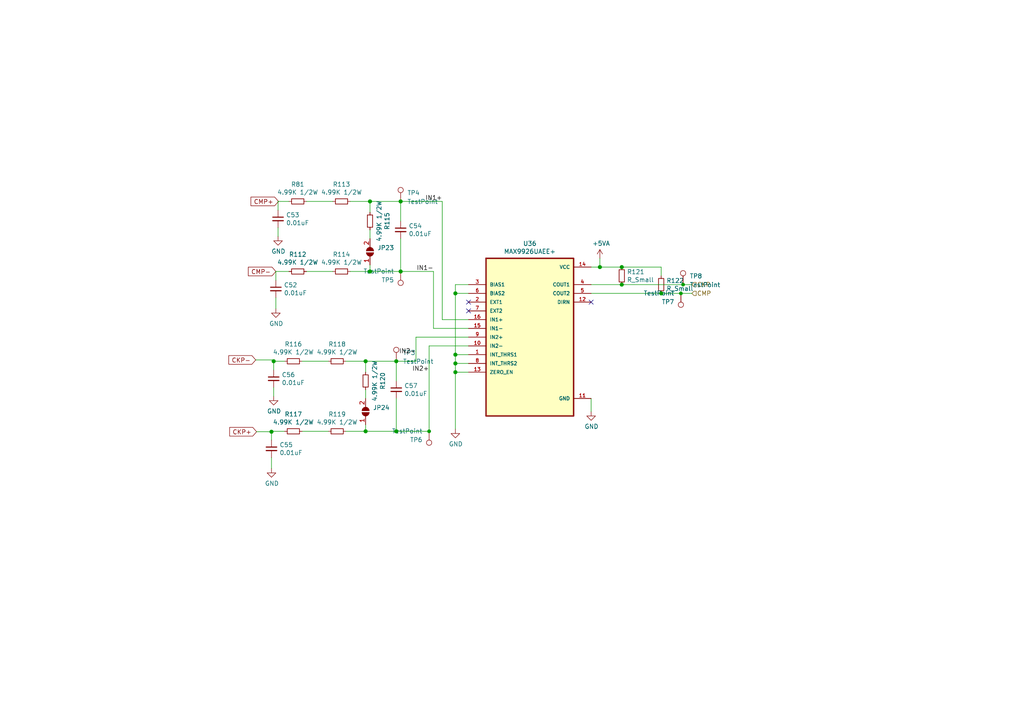
<source format=kicad_sch>
(kicad_sch (version 20210126) (generator eeschema)
  (paper "A4")
  (lib_symbols
    (symbol "Connector:TestPoint" (pin_numbers hide) (pin_names (offset 0.762) hide)
      (property "Reference" "TP" (at 0 6.858 0))
      (property "Value" "TestPoint" (at 0 5.08 0))
      (symbol "TestPoint_0_1"
        (circle (center 0 3.302) (radius 0.762))
      )
      (symbol "TestPoint_1_1"
        (pin passive line (at 0 0 90) (length 2.54) (name "1") (number "1"))
      )
    )
    (symbol "Device:C_Small" (pin_numbers hide) (pin_names (offset 0.254) hide)
      (property "Reference" "C" (at 0.254 1.778 0))
      (property "Value" "C_Small" (at 0.254 -2.032 0))
      (symbol "C_Small_0_1"
        (polyline (pts (xy -1.524 -0.508) (xy 1.524 -0.508)) (stroke (width 0.3302)))
        (polyline (pts (xy -1.524 0.508) (xy 1.524 0.508)) (stroke (width 0.3048)))
      )
      (symbol "C_Small_1_1"
        (pin passive line (at 0 2.54 270) (length 2.032) (name "~") (number "1"))
        (pin passive line (at 0 -2.54 90) (length 2.032) (name "~") (number "2"))
      )
    )
    (symbol "Device:R_Small" (pin_numbers hide) (pin_names (offset 0.254) hide)
      (property "Reference" "R" (at 0.762 0.508 0))
      (property "Value" "R_Small" (at 0.762 -1.016 0))
      (symbol "R_Small_0_1"
        (rectangle (start -0.762 1.778) (end 0.762 -1.778) (stroke (width 0.2032)))
      )
      (symbol "R_Small_1_1"
        (pin passive line (at 0 2.54 270) (length 0.762) (name "~") (number "1"))
        (pin passive line (at 0 -2.54 90) (length 0.762) (name "~") (number "2"))
      )
    )
    (symbol "Jumper:SolderJumper_2_Open" (pin_names (offset 0) hide)
      (property "Reference" "JP" (at 0 2.032 0))
      (property "Value" "SolderJumper_2_Open" (at 0 -2.54 0))
      (symbol "SolderJumper_2_Open_0_1"
        (arc (start -0.254 1.016) (end -0.254 -1.016) (radius (at -0.254 0) (length 1.016) (angles 90.1 -90.1)))
        (arc (start 0.254 -1.016) (end 0.254 1.016) (radius (at 0.254 0) (length 1.016) (angles -89.9 89.9)))
        (arc (start -0.254 1.016) (end -0.254 -1.016) (radius (at -0.254 0) (length 1.016) (angles 90.1 -90.1)) (fill (type outline)))
        (arc (start 0.254 -1.016) (end 0.254 1.016) (radius (at 0.254 0) (length 1.016) (angles -89.9 89.9)) (fill (type outline)))
        (polyline (pts (xy -0.254 1.016) (xy -0.254 -1.016)))
        (polyline (pts (xy 0.254 1.016) (xy 0.254 -1.016)))
      )
      (symbol "SolderJumper_2_Open_1_1"
        (pin passive line (at -3.81 0 0) (length 2.54) (name "A") (number "1"))
        (pin passive line (at 3.81 0 180) (length 2.54) (name "B") (number "2"))
      )
    )
    (symbol "OpenEFI-STM32-rev3:MAX9926UAEE+" (pin_names (offset 1.016))
      (property "Reference" "U" (at -12.7 23.8506 0))
      (property "Value" "MAX9926UAEE+" (at -12.7 -26.8478 0))
      (symbol "MAX9926UAEE+_0_0"
        (rectangle (start -12.7 -22.86) (end 12.7 22.86) (stroke (width 0.4064)) (fill (type background)))
        (pin input line (at -17.78 -5.08 0) (length 5.08) (name "INT_THRS1") (number "1"))
        (pin input line (at -17.78 -2.54 0) (length 5.08) (name "IN2-") (number "10"))
        (pin power_in line (at 17.78 -17.78 180) (length 5.08) (name "GND") (number "11"))
        (pin output line (at 17.78 10.16 180) (length 5.08) (name "DIRN") (number "12"))
        (pin input line (at -17.78 -10.16 0) (length 5.08) (name "ZERO_EN") (number "13"))
        (pin power_in line (at 17.78 20.32 180) (length 5.08) (name "VCC") (number "14"))
        (pin input line (at -17.78 2.54 0) (length 5.08) (name "IN1-") (number "15"))
        (pin input line (at -17.78 5.08 0) (length 5.08) (name "IN1+") (number "16"))
        (pin input line (at -17.78 10.16 0) (length 5.08) (name "EXT1") (number "2"))
        (pin input line (at -17.78 15.24 0) (length 5.08) (name "BIAS1") (number "3"))
        (pin output line (at 17.78 15.24 180) (length 5.08) (name "COUT1") (number "4"))
        (pin output line (at 17.78 12.7 180) (length 5.08) (name "COUT2") (number "5"))
        (pin input line (at -17.78 12.7 0) (length 5.08) (name "BIAS2") (number "6"))
        (pin input line (at -17.78 7.62 0) (length 5.08) (name "EXT2") (number "7"))
        (pin input line (at -17.78 -7.62 0) (length 5.08) (name "INT_THRS2") (number "8"))
        (pin input line (at -17.78 0 0) (length 5.08) (name "IN2+") (number "9"))
      )
    )
    (symbol "power:+5VA" (power) (pin_names (offset 0))
      (property "Value" "+5VA" (at 0 3.556 0))
      (symbol "+5VA_0_1"
        (polyline (pts (xy -0.762 1.27) (xy 0 2.54)))
        (polyline (pts (xy 0 0) (xy 0 2.54)))
        (polyline (pts (xy 0 2.54) (xy 0.762 1.27)))
      )
      (symbol "+5VA_1_1"
        (pin power_in line (at 0 0 90) (length 0) hide (name "+5VA") (number "1"))
      )
    )
    (symbol "power:GND" (power) (pin_names (offset 0))
      (property "Value" "GND" (at 0 -3.81 0))
      (symbol "GND_0_1"
        (polyline (pts (xy 0 0) (xy 0 -1.27) (xy 1.27 -1.27) (xy 0 -2.54) (xy -1.27 -1.27) (xy 0 -1.27)))
      )
      (symbol "GND_1_1"
        (pin power_in line (at 0 0 270) (length 0) hide (name "GND") (number "1"))
      )
    )
  )
  (junction (at 78.74 125.222) (diameter 1.016))
  (junction (at 79.375 104.775) (diameter 1.016))
  (junction (at 106.045 104.775) (diameter 1.016))
  (junction (at 106.045 125.095) (diameter 1.016))
  (junction (at 107.315 58.42) (diameter 1.016))
  (junction (at 107.315 78.74) (diameter 1.016))
  (junction (at 114.935 104.775) (diameter 1.016))
  (junction (at 114.935 125.095) (diameter 1.016))
  (junction (at 116.205 58.42) (diameter 1.016))
  (junction (at 116.205 78.74) (diameter 1.016))
  (junction (at 124.46 125.095) (diameter 0.9144))
  (junction (at 132.08 85.09) (diameter 1.016))
  (junction (at 132.08 102.87) (diameter 1.016))
  (junction (at 132.08 105.41) (diameter 1.016))
  (junction (at 132.08 107.95) (diameter 1.016))
  (junction (at 173.99 77.47) (diameter 1.016))
  (junction (at 180.34 77.47) (diameter 1.016))
  (junction (at 180.34 82.55) (diameter 1.016))
  (junction (at 191.77 85.09) (diameter 1.016))
  (junction (at 197.485 85.09) (diameter 0.9144))
  (junction (at 198.12 82.55) (diameter 0.9144))
  (no_connect (at 135.89 87.63))
  (no_connect (at 135.89 90.17))
  (no_connect (at 171.45 87.63))
  (wire (pts (xy 74.168 104.394) (xy 79.375 104.394)))
  (wire (pts (xy 74.422 125.222) (xy 78.74 125.222)))
  (wire (pts (xy 78.74 125.095) (xy 78.74 125.222)))
  (wire (pts (xy 78.74 125.095) (xy 82.55 125.095)))
  (wire (pts (xy 78.74 125.222) (xy 78.74 127.635)))
  (wire (pts (xy 78.74 132.715) (xy 78.74 135.89)))
  (wire (pts (xy 79.375 104.394) (xy 79.375 104.775)))
  (wire (pts (xy 79.375 104.775) (xy 82.55 104.775)))
  (wire (pts (xy 79.375 107.315) (xy 79.375 104.775)))
  (wire (pts (xy 79.375 112.395) (xy 79.375 114.935)))
  (wire (pts (xy 80.01 78.74) (xy 83.82 78.74)))
  (wire (pts (xy 80.01 81.28) (xy 80.01 78.74)))
  (wire (pts (xy 80.01 86.36) (xy 80.01 89.535)))
  (wire (pts (xy 80.645 58.42) (xy 83.82 58.42)))
  (wire (pts (xy 80.645 60.96) (xy 80.645 58.42)))
  (wire (pts (xy 80.645 66.04) (xy 80.645 68.58)))
  (wire (pts (xy 87.63 104.775) (xy 95.25 104.775)))
  (wire (pts (xy 87.63 125.095) (xy 95.25 125.095)))
  (wire (pts (xy 88.9 58.42) (xy 96.52 58.42)))
  (wire (pts (xy 88.9 78.74) (xy 96.52 78.74)))
  (wire (pts (xy 100.33 125.095) (xy 106.045 125.095)))
  (wire (pts (xy 101.6 78.74) (xy 107.315 78.74)))
  (wire (pts (xy 106.045 104.775) (xy 100.33 104.775)))
  (wire (pts (xy 106.045 107.95) (xy 106.045 104.775)))
  (wire (pts (xy 106.045 113.03) (xy 106.045 115.57)))
  (wire (pts (xy 106.045 123.19) (xy 106.045 125.095)))
  (wire (pts (xy 106.045 125.095) (xy 114.935 125.095)))
  (wire (pts (xy 107.315 58.42) (xy 101.6 58.42)))
  (wire (pts (xy 107.315 61.595) (xy 107.315 58.42)))
  (wire (pts (xy 107.315 66.675) (xy 107.315 69.215)))
  (wire (pts (xy 107.315 76.835) (xy 107.315 78.74)))
  (wire (pts (xy 107.315 78.74) (xy 116.205 78.74)))
  (wire (pts (xy 114.935 104.775) (xy 106.045 104.775)))
  (wire (pts (xy 114.935 110.49) (xy 114.935 104.775)))
  (wire (pts (xy 114.935 115.57) (xy 114.935 125.095)))
  (wire (pts (xy 116.205 58.42) (xy 107.315 58.42)))
  (wire (pts (xy 116.205 64.135) (xy 116.205 58.42)))
  (wire (pts (xy 116.205 69.215) (xy 116.205 78.74)))
  (wire (pts (xy 120.65 97.79) (xy 120.65 104.775)))
  (wire (pts (xy 120.65 104.775) (xy 114.935 104.775)))
  (wire (pts (xy 124.46 100.33) (xy 124.46 125.095)))
  (wire (pts (xy 124.46 125.095) (xy 114.935 125.095)))
  (wire (pts (xy 125.73 78.74) (xy 116.205 78.74)))
  (wire (pts (xy 125.73 95.25) (xy 125.73 78.74)))
  (wire (pts (xy 128.27 58.42) (xy 116.205 58.42)))
  (wire (pts (xy 128.27 92.71) (xy 128.27 58.42)))
  (wire (pts (xy 132.08 82.55) (xy 132.08 85.09)))
  (wire (pts (xy 132.08 85.09) (xy 132.08 102.87)))
  (wire (pts (xy 132.08 102.87) (xy 135.89 102.87)))
  (wire (pts (xy 132.08 105.41) (xy 132.08 102.87)))
  (wire (pts (xy 132.08 105.41) (xy 135.89 105.41)))
  (wire (pts (xy 132.08 107.95) (xy 132.08 105.41)))
  (wire (pts (xy 132.08 107.95) (xy 135.89 107.95)))
  (wire (pts (xy 132.08 124.46) (xy 132.08 107.95)))
  (wire (pts (xy 135.89 82.55) (xy 132.08 82.55)))
  (wire (pts (xy 135.89 85.09) (xy 132.08 85.09)))
  (wire (pts (xy 135.89 92.71) (xy 128.27 92.71)))
  (wire (pts (xy 135.89 95.25) (xy 125.73 95.25)))
  (wire (pts (xy 135.89 97.79) (xy 120.65 97.79)))
  (wire (pts (xy 135.89 100.33) (xy 124.46 100.33)))
  (wire (pts (xy 171.45 82.55) (xy 180.34 82.55)))
  (wire (pts (xy 171.45 85.09) (xy 191.77 85.09)))
  (wire (pts (xy 171.45 115.57) (xy 171.45 119.38)))
  (wire (pts (xy 173.99 74.93) (xy 173.99 77.47)))
  (wire (pts (xy 173.99 77.47) (xy 171.45 77.47)))
  (wire (pts (xy 173.99 77.47) (xy 180.34 77.47)))
  (wire (pts (xy 180.34 82.55) (xy 198.12 82.55)))
  (wire (pts (xy 191.77 77.47) (xy 180.34 77.47)))
  (wire (pts (xy 191.77 80.01) (xy 191.77 77.47)))
  (wire (pts (xy 191.77 85.09) (xy 197.485 85.09)))
  (wire (pts (xy 197.485 85.09) (xy 200.66 85.09)))
  (wire (pts (xy 198.12 82.55) (xy 200.66 82.55)))
  (label "IN2-" (at 120.65 102.87 180))
  (label "IN2+" (at 124.46 107.95 180))
  (label "IN1-" (at 125.73 78.74 180))
  (label "IN1+" (at 128.27 58.42 180))
  (global_label "CKP-" (shape input) (at 74.168 104.394 180) (property "Intersheet References" "${INTERSHEET_REFS}" (effects hide)))
  (global_label "CKP+" (shape input) (at 74.422 125.222 180) (property "Intersheet References" "${INTERSHEET_REFS}" (effects hide)))
  (global_label "CMP-" (shape input) (at 80.01 78.74 180) (property "Intersheet References" "${INTERSHEET_REFS}" (effects hide)))
  (global_label "CMP+" (shape input) (at 80.772 58.42 180) (property "Intersheet References" "${INTERSHEET_REFS}" (effects hide)))
  (hierarchical_label "CKP" (shape input) (at 200.66 82.55 0))
  (hierarchical_label "CMP" (shape input) (at 200.66 85.09 0))
  (symbol (lib_id "power:+5VA") (at 173.99 74.93 0) (unit 1)
    (property "Reference" "#PWR0178" (effects hide))
    (property "Value" "+5VA" (at 174.3583 70.6056 0))
  )
  (symbol (lib_id "Connector:TestPoint") (at 114.935 104.775 0) (unit 1)
    (property "Reference" "TP3" (at 116.84 102.2984 0) (effects (justify left)))
    (property "Value" "TestPoint" (at 116.84 104.8384 0) (effects (justify left)))
    (property "Footprint" "TestPoint:TestPoint_Pad_1.0x1.0mm" (effects hide))
  )
  (symbol (lib_id "Connector:TestPoint") (at 116.205 58.42 0) (unit 1)
    (property "Reference" "TP4" (at 118.11 55.9434 0) (effects (justify left)))
    (property "Value" "TestPoint" (at 118.11 58.4834 0) (effects (justify left)))
    (property "Footprint" "TestPoint:TestPoint_Pad_1.0x1.0mm" (effects hide))
  )
  (symbol (lib_id "Connector:TestPoint") (at 116.205 78.74 180) (unit 1)
    (property "Reference" "TP5" (at 114.3 81.2166 0) (effects (justify left)))
    (property "Value" "TestPoint" (at 114.3 78.6766 0) (effects (justify left)))
    (property "Footprint" "TestPoint:TestPoint_Pad_1.0x1.0mm" (effects hide))
  )
  (symbol (lib_id "Connector:TestPoint") (at 124.46 125.095 180) (unit 1)
    (property "Reference" "TP6" (at 122.555 127.5716 0) (effects (justify left)))
    (property "Value" "TestPoint" (at 122.555 125.0316 0) (effects (justify left)))
    (property "Footprint" "TestPoint:TestPoint_Pad_1.0x1.0mm" (effects hide))
  )
  (symbol (lib_id "Connector:TestPoint") (at 197.485 85.09 180) (unit 1)
    (property "Reference" "TP7" (at 195.58 87.5666 0) (effects (justify left)))
    (property "Value" "TestPoint" (at 195.58 85.0266 0) (effects (justify left)))
    (property "Footprint" "TestPoint:TestPoint_Pad_1.0x1.0mm" (effects hide))
  )
  (symbol (lib_id "Connector:TestPoint") (at 198.12 82.55 0) (unit 1)
    (property "Reference" "TP8" (at 200.025 80.0734 0) (effects (justify left)))
    (property "Value" "TestPoint" (at 200.025 82.6134 0) (effects (justify left)))
    (property "Footprint" "TestPoint:TestPoint_Pad_1.0x1.0mm" (effects hide))
  )
  (symbol (lib_id "power:GND") (at 78.74 135.89 0) (unit 1)
    (property "Reference" "#PWR0173" (effects hide))
    (property "Value" "GND" (at 78.8543 140.2144 0))
  )
  (symbol (lib_id "power:GND") (at 79.375 114.935 0) (unit 1)
    (property "Reference" "#PWR0174" (effects hide))
    (property "Value" "GND" (at 79.4893 119.2594 0))
  )
  (symbol (lib_id "power:GND") (at 80.01 89.535 0) (unit 1)
    (property "Reference" "#PWR023" (effects hide))
    (property "Value" "GND" (at 80.1243 93.8594 0))
  )
  (symbol (lib_id "power:GND") (at 80.645 68.58 0) (unit 1)
    (property "Reference" "#PWR0172" (effects hide))
    (property "Value" "GND" (at 80.7593 72.9044 0))
  )
  (symbol (lib_id "power:GND") (at 132.08 124.46 0) (unit 1)
    (property "Reference" "#PWR0176" (effects hide))
    (property "Value" "GND" (at 132.1943 128.7844 0))
  )
  (symbol (lib_id "power:GND") (at 171.45 119.38 0) (unit 1)
    (property "Reference" "#PWR0177" (effects hide))
    (property "Value" "GND" (at 171.5643 123.7044 0))
  )
  (symbol (lib_id "Device:R_Small") (at 85.09 104.775 90) (unit 1)
    (property "Reference" "R116" (at 85.09 99.8282 90))
    (property "Value" "4.99K 1/2W" (at 85.09 102.1269 90))
    (property "Footprint" "Resistor_SMD:R_1210_3225Metric" (effects hide))
    (property "LCSC" "C407178" (effects hide))
  )
  (symbol (lib_id "Device:R_Small") (at 85.09 125.095 90) (unit 1)
    (property "Reference" "R117" (at 85.09 120.1482 90))
    (property "Value" "4.99K 1/2W" (at 85.09 122.4469 90))
    (property "Footprint" "Resistor_SMD:R_1210_3225Metric" (effects hide))
    (property "LCSC" "C407178" (effects hide))
  )
  (symbol (lib_id "Device:R_Small") (at 86.36 58.42 90) (unit 1)
    (property "Reference" "R81" (at 86.36 53.4732 90))
    (property "Value" "4.99K 1/2W" (at 86.36 55.7719 90))
    (property "Footprint" "Resistor_SMD:R_1210_3225Metric" (effects hide))
    (property "LCSC" "C407178" (effects hide))
  )
  (symbol (lib_id "Device:R_Small") (at 86.36 78.74 90) (unit 1)
    (property "Reference" "R112" (at 86.36 73.7932 90))
    (property "Value" "4.99K 1/2W" (at 86.36 76.0919 90))
    (property "Footprint" "Resistor_SMD:R_1210_3225Metric" (effects hide))
    (property "LCSC" "C407178" (effects hide))
  )
  (symbol (lib_id "Device:R_Small") (at 97.79 104.775 90) (unit 1)
    (property "Reference" "R118" (at 97.79 99.8282 90))
    (property "Value" "4.99K 1/2W" (at 97.79 102.1269 90))
    (property "Footprint" "Resistor_SMD:R_1210_3225Metric" (effects hide))
    (property "LCSC" "C407178" (effects hide))
  )
  (symbol (lib_id "Device:R_Small") (at 97.79 125.095 90) (unit 1)
    (property "Reference" "R119" (at 97.79 120.1482 90))
    (property "Value" "4.99K 1/2W" (at 97.79 122.4469 90))
    (property "Footprint" "Resistor_SMD:R_1210_3225Metric" (effects hide))
    (property "LCSC" "C407178" (effects hide))
  )
  (symbol (lib_id "Device:R_Small") (at 99.06 58.42 90) (unit 1)
    (property "Reference" "R113" (at 99.06 53.4732 90))
    (property "Value" "4.99K 1/2W" (at 99.06 55.7719 90))
    (property "Footprint" "Resistor_SMD:R_1210_3225Metric" (effects hide))
    (property "LCSC" "C407178" (effects hide))
  )
  (symbol (lib_id "Device:R_Small") (at 99.06 78.74 90) (unit 1)
    (property "Reference" "R114" (at 99.06 73.7932 90))
    (property "Value" "4.99K 1/2W" (at 99.06 76.0919 90))
    (property "Footprint" "Resistor_SMD:R_1210_3225Metric" (effects hide))
    (property "LCSC" "C407178" (effects hide))
  )
  (symbol (lib_id "Device:R_Small") (at 106.045 110.49 0) (unit 1)
    (property "Reference" "R120" (at 110.9918 110.49 90))
    (property "Value" "4.99K 1/2W" (at 108.6931 110.49 90))
    (property "Footprint" "Resistor_SMD:R_1210_3225Metric" (effects hide))
    (property "LCSC" "C407178" (effects hide))
  )
  (symbol (lib_id "Device:R_Small") (at 107.315 64.135 0) (unit 1)
    (property "Reference" "R115" (at 112.2618 64.135 90))
    (property "Value" "4.99K 1/2W" (at 109.9631 64.135 90))
    (property "Footprint" "Resistor_SMD:R_1210_3225Metric" (effects hide))
    (property "LCSC" "C407178" (effects hide))
  )
  (symbol (lib_id "Device:R_Small") (at 180.34 80.01 0) (unit 1)
    (property "Reference" "R121" (at 181.8387 78.8606 0) (effects (justify left)))
    (property "Value" "R_Small" (at 181.8387 81.1593 0) (effects (justify left)))
    (property "Footprint" "Resistor_SMD:R_0603_1608Metric" (effects hide))
  )
  (symbol (lib_id "Device:R_Small") (at 191.77 82.55 0) (unit 1)
    (property "Reference" "R122" (at 193.2687 81.4006 0) (effects (justify left)))
    (property "Value" "R_Small" (at 193.2687 83.6993 0) (effects (justify left)))
    (property "Footprint" "Resistor_SMD:R_0603_1608Metric" (effects hide))
  )
  (symbol (lib_id "Jumper:SolderJumper_2_Open") (at 106.045 119.38 90) (unit 1)
    (property "Reference" "JP24" (at 108.1787 118.2306 90) (effects (justify right)))
    (property "Value" "SolderJumper_2_Open" (effects hide))
    (property "Footprint" "Jumper:SolderJumper-2_P1.3mm_Open_RoundedPad1.0x1.5mm" (effects hide))
  )
  (symbol (lib_id "Jumper:SolderJumper_2_Open") (at 107.315 73.025 90) (unit 1)
    (property "Reference" "JP23" (at 109.4487 71.8756 90) (effects (justify right)))
    (property "Value" "SolderJumper_2_Open" (effects hide))
    (property "Footprint" "Jumper:SolderJumper-2_P1.3mm_Open_RoundedPad1.0x1.5mm" (effects hide))
  )
  (symbol (lib_id "Device:C_Small") (at 78.74 130.175 0) (unit 1)
    (property "Reference" "C55" (at 81.0642 129.0256 0) (effects (justify left)))
    (property "Value" "0.01uF" (at 81.0642 131.3243 0) (effects (justify left)))
    (property "Footprint" "Capacitor_SMD:C_0603_1608Metric" (effects hide))
    (property "LCSC" "C100042" (effects hide))
  )
  (symbol (lib_id "Device:C_Small") (at 79.375 109.855 0) (unit 1)
    (property "Reference" "C56" (at 81.6992 108.7056 0) (effects (justify left)))
    (property "Value" "0.01uF" (at 81.6992 111.0043 0) (effects (justify left)))
    (property "Footprint" "Capacitor_SMD:C_0603_1608Metric" (effects hide))
    (property "LCSC" "C100042" (effects hide))
  )
  (symbol (lib_id "Device:C_Small") (at 80.01 83.82 0) (unit 1)
    (property "Reference" "C52" (at 82.3342 82.6706 0) (effects (justify left)))
    (property "Value" "0.01uF" (at 82.3342 84.9693 0) (effects (justify left)))
    (property "Footprint" "Capacitor_SMD:C_0603_1608Metric" (effects hide))
    (property "LCSC" "C100042" (effects hide))
  )
  (symbol (lib_id "Device:C_Small") (at 80.645 63.5 0) (unit 1)
    (property "Reference" "C53" (at 82.9692 62.3506 0) (effects (justify left)))
    (property "Value" "0.01uF" (at 82.9692 64.6493 0) (effects (justify left)))
    (property "Footprint" "Capacitor_SMD:C_0603_1608Metric" (effects hide))
    (property "LCSC" "C100042" (effects hide))
  )
  (symbol (lib_id "Device:C_Small") (at 114.935 113.03 0) (unit 1)
    (property "Reference" "C57" (at 117.2592 111.8806 0) (effects (justify left)))
    (property "Value" "0.01uF" (at 117.2592 114.1793 0) (effects (justify left)))
    (property "Footprint" "Capacitor_SMD:C_0603_1608Metric" (effects hide))
    (property "LCSC" "C100042" (effects hide))
  )
  (symbol (lib_id "Device:C_Small") (at 116.205 66.675 0) (unit 1)
    (property "Reference" "C54" (at 118.5292 65.5256 0) (effects (justify left)))
    (property "Value" "0.01uF" (at 118.5292 67.8243 0) (effects (justify left)))
    (property "Footprint" "Capacitor_SMD:C_0603_1608Metric" (effects hide))
    (property "LCSC" "C100042" (effects hide))
  )
  (symbol (lib_id "OpenEFI-STM32-rev3:MAX9926UAEE+") (at 153.67 97.79 0) (unit 1)
    (property "Reference" "U36" (at 153.67 70.6436 0))
    (property "Value" "MAX9926UAEE+" (at 153.67 72.9423 0))
    (property "Footprint" "OpenEFI-STM32F_rev3:SOP63P602X175-16N" (effects hide))
    (property "Description" "Variable Reluctance Sensor Interface 16-Pin QSOP Tube" (effects hide))
    (property "MF" "Maxim Integrated" (effects hide))
    (property "Availability" "Unavailable" (effects hide))
    (property "Package" "QSOP-16 Maxim" (effects hide))
    (property "MP" "MAX9926UAEE+" (effects hide))
    (property "Price" "None" (effects hide))
  )
)
</source>
